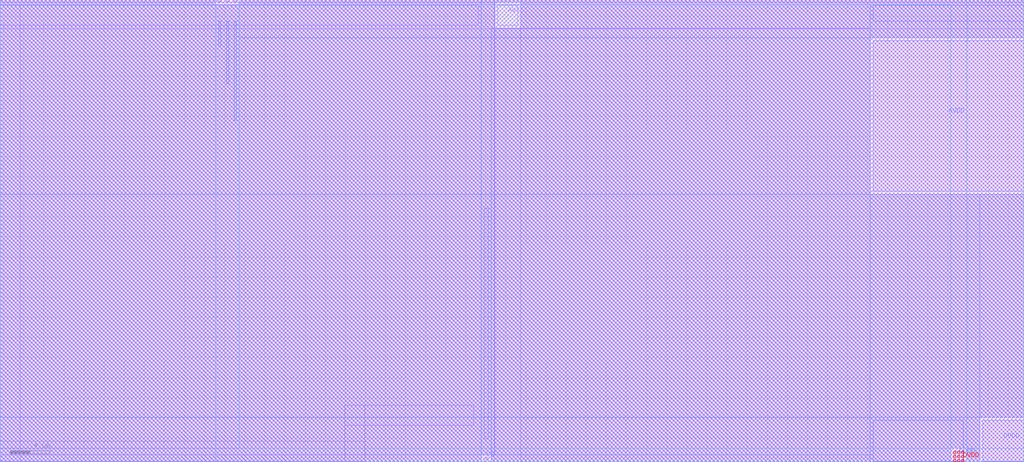
<source format=lef>
VERSION 5.7 ;
BUSBITCHARS "[]" ;
DIVIDERCHAR "/" ;

MACRO LDO_Top_lef
  CLASS BLOCK ;
  ORIGIN 0.34 96.4 ;
  FOREIGN LDO_Top_lef -0.34 -96.4 ;
  SIZE 101.89 BY 46 ;
  SYMMETRY X Y R90 ;
  PIN SW[2]
    DIRECTION INPUT ;
    USE ANALOG ;
    PORT
      LAYER M3 ;
        RECT 22.94 -50.6 23.14 -50.4 ;
    END
  END SW[2]
  PIN SW[1]
    DIRECTION INPUT ;
    USE ANALOG ;
    PORT
      LAYER M3 ;
        RECT 22.19 -50.6 22.39 -50.4 ;
    END
  END SW[1]
  PIN SW[0]
    DIRECTION INPUT ;
    USE ANALOG ;
    PORT
      LAYER M3 ;
        RECT 21.42 -50.6 21.62 -50.4 ;
    END
  END SW[0]
  PIN VB
    DIRECTION INOUT ;
    USE ANALOG ;
    PORT
      LAYER M2 ;
        RECT 47.82 -96.4 48.22 -96 ;
    END
  END VB
  PIN DVDD
    DIRECTION INOUT ;
    USE POWER ;
    PORT
      LAYER M3 ;
        RECT 94.57 -96.34 95.57 -95.34 ;
      LAYER V2 ;
        RECT 94.57 -95.54 94.77 -95.34 ;
        RECT 94.57 -95.94 94.77 -95.74 ;
        RECT 94.57 -96.34 94.77 -96.14 ;
        RECT 94.97 -95.54 95.17 -95.34 ;
        RECT 94.97 -95.94 95.17 -95.74 ;
        RECT 94.97 -96.34 95.17 -96.14 ;
        RECT 95.37 -95.54 95.57 -95.34 ;
        RECT 95.37 -95.94 95.57 -95.74 ;
        RECT 95.37 -96.34 95.57 -96.14 ;
    END
    PORT
      LAYER M2 ;
        RECT 97.46 -96.35 101.55 -92.24 ;
    END
  END DVDD
  PIN AVDD
    DIRECTION INOUT ;
    USE ANALOG ;
    PORT
      LAYER M2 ;
        RECT 86.55 -69.45 101.55 -54.45 ;
    END
  END AVDD
  PIN AVSS
    DIRECTION INOUT ;
    USE GROUND ;
    PORT
      LAYER M1 ;
        RECT 49.18 -52.94 51.16 -50.94 ;
    END
  END AVSS
  OBS
    LAYER M1 ;
      RECT -0.34 -52.94 47.26 -50.94 ;
      RECT -0.34 -96.32 1.66 -50.94 ;
      RECT 33.94 -92.77 46.82 -90.77 ;
      RECT 33.94 -96.32 35.94 -90.77 ;
      RECT -0.34 -96.32 35.94 -94.32 ;
    LAYER M1 SPACING 0.16 ;
      RECT -0.34 -50.62 101.55 -50.4 ;
      RECT 51.48 -96.4 101.55 -50.4 ;
      RECT -0.34 -96.4 48.86 -50.4 ;
      RECT -0.34 -96.4 101.55 -53.26 ;
    LAYER M2 ;
      RECT 86.55 -52.53 101.55 -50.95 ;
      RECT 86.55 -96.35 95.54 -92.24 ;
      RECT 47.82 -94.08 48.22 -71.16 ;
    LAYER M2 SPACING 0.2 ;
      RECT -0.34 -50.64 101.55 -50.4 ;
      RECT 51.46 -54.15 101.55 -50.4 ;
      RECT -0.34 -95.7 48.88 -50.4 ;
      RECT 48.52 -96.4 86.25 -53.24 ;
      RECT -0.34 -91.94 101.55 -69.75 ;
      RECT 48.52 -96.4 97.16 -69.75 ;
      RECT -0.34 -96.4 47.52 -50.4 ;
    LAYER M3 ;
      RECT 22.94 -62.39 23.14 -52.52 ;
      RECT 22.19 -58.72 22.39 -52.52 ;
      RECT 21.42 -55.01 21.62 -52.52 ;
    LAYER M3 SPACING 0.2 ;
      RECT 23.44 -54.15 101.55 -50.4 ;
      RECT -0.34 -96.4 21.12 -50.4 ;
      RECT -0.34 -96.4 47.52 -50.9 ;
      RECT -0.34 -95.7 86.25 -50.9 ;
      RECT -0.34 -91.94 101.55 -69.75 ;
      RECT -0.34 -95.04 97.16 -69.75 ;
      RECT 95.87 -96.4 97.16 -69.75 ;
      RECT 48.52 -96.4 94.27 -69.75 ;
    LAYER M4 SPACING 0.2 ;
      RECT 23.44 -95.04 101.55 -50.4 ;
      RECT 95.87 -96.4 101.55 -50.4 ;
      RECT -0.34 -96.4 21.12 -50.4 ;
      RECT -0.34 -96.4 94.27 -50.9 ;
  END
END LDO_Top_lef

END LIBRARY

</source>
